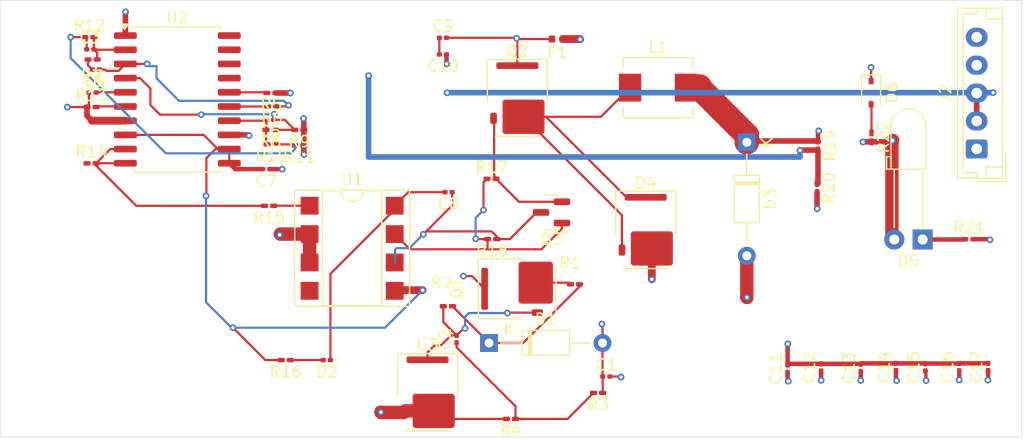
<source format=kicad_pcb>
(kicad_pcb (version 20240108) (generator "pcbnew") (generator_version "8.0")
  (layers (0 "F.Cu" signal) (1 "In1.Cu" signal) (2 "In2.Cu" signal) (31 "B.Cu" signal) (34 "B.Paste" user) (35 "F.Paste" user) (36 "B.SilkS" user "B.Silkscreen") (37 "F.SilkS" user "F.Silkscreen") (38 "B.Mask" user) (39 "F.Mask" user) (44 "Edge.Cuts" user))
  (net 0 "")
  (net 1 "STARTUP")
  (net 2 "Net-(Q1-G)")
  (net 3 "Net-(U3-REF)")
  (net 4 "Net-(C3-Pad1)")
  (net 5 "Net-(U2-1IN-)")
  (net 6 "Net-(C4-Pad2)")
  (net 7 "Net-(U2-FB)")
  (net 8 "Net-(U2-DTC)")
  (net 9 "Net-(U2-REF)")
  (net 10 "Net-(U2-CT)")
  (net 11 "-BATT")
  (net 12 "Net-(Q3-C)")
  (net 13 "Net-(D2-K)")
  (net 14 "Net-(C10-Pad2)")
  (net 15 "+VSW")
  (net 16 "+12V")
  (net 17 "Net-(D1-K)")
  (net 18 "Net-(D2-A)")
  (net 19 "Net-(Q2-S)")
  (net 20 "Net-(D5-K)")
  (net 21 "Net-(D6-A)")
  (net 22 "+BATT")
  (net 23 "IN_V")
  (net 24 "Net-(Q1-S)")
  (net 25 "Net-(Q2-G)")
  (net 26 "Net-(Q3-B)")
  (net 27 "Net-(U2-2IN+)")
  (net 28 "Net-(U2-2IN-)")
  (net 29 "Net-(U2-RT)")
  (net 30 "Net-(U2-E1)")
  (net 31 "Net-(U1-HIN)")
  (net 32 "VFB")
  (footprint "Capacitor_SMD:C_0201_0603Metric" (layer "F.Cu") (at 99.85 86.125 90)
    (property "Reference" "C2")
    (property "Value" "1n")
  )
  (footprint "Diode_SMD:D_SOD-323" (layer "F.Cu") (at 136.96 64.07 -90)
    (property "Reference" "D6")
    (property "Value" "1N5819WS")
  )
  (footprint "Capacitor_SMD:C_0201_0603Metric" (layer "F.Cu") (at 139.18 88.625 90)
    (property "Reference" "C14")
    (property "Value" "22u")
  )
  (footprint "LED_THT:LED_D3.0mm_Horizontal_O6.35mm_Z10.0mm" (layer "F.Cu") (at 141.57 77.215 180)
    (property "Reference" "D5")
    (property "Value" "LED")
  )
  (footprint "Resistor_SMD:R_0201_0603Metric_Pad0.64x0.40mm_HandSolder" (layer "F.Cu") (at 136.99 68.0625 -90)
    (property "Reference" "R22")
    (property "Value" "22")
  )
  (footprint "Resistor_SMD:R_0201_0603Metric_Pad0.64x0.40mm_HandSolder" (layer "F.Cu") (at 66.9675 59.1)
    (property "Reference" "R12")
    (property "Value" "200k")
  )
  (footprint "Package_SO:SOIC-20W_7.5x12.8mm_P1.27mm" (layer "F.Cu") (at 74.85 64.675)
    (property "Reference" "U2")
    (property "Value" "TL494")
  )
  (footprint "Resistor_SMD:R_0201_0603Metric_Pad0.64x0.40mm_HandSolder" (layer "F.Cu") (at 67.2675 61.1 180)
    (property "Reference" "R7")
    (property "Value" "2k")
  )
  (footprint "Capacitor_SMD:C_0201_0603Metric" (layer "F.Cu") (at 129.48 88.775 90)
    (property "Reference" "C11")
    (property "Value" "47u 16V")
  )
  (footprint "Fuse:Fuse_0402_1005Metric" (layer "F.Cu") (at 108.875 59.27 180)
    (property "Reference" "F1")
    (property "Value" "RLVR240-100")
  )
  (footprint "Diode_SMD:D_0201_0603Metric" (layer "F.Cu") (at 88.235 88.01 180)
    (property "Reference" "D2")
    (property "Value" "SS520F")
  )
  (footprint "Capacitor_SMD:C_0201_0603Metric" (layer "F.Cu") (at 132.48 88.665 90)
    (property "Reference" "C12")
    (property "Value" "22u")
  )
  (footprint "Diode_THT:D_DO-35_SOD27_P10.16mm_Horizontal" (layer "F.Cu") (at 125.83 68.51 -90)
    (property "Reference" "D3")
    (property "Value" "BZGO3C16-M3-D8")
  )
  (footprint "Resistor_SMD:R_0201_0603Metric_Pad0.64x0.40mm_HandSolder" (layer "F.Cu") (at 104.7175 93.28 180)
    (property "Reference" "R4")
    (property "Value" "9.1k")
  )
  (footprint "Capacitor_SMD:C_0201_0603Metric" (layer "F.Cu") (at 67.055 60.2)
    (property "Reference" "C3")
    (property "Value" "100n")
  )
  (footprint "Transistor_Power:GaN_Systems_GaNPX-3_5x6.6mm_Drain3.76x0.6mm" (layer "F.Cu") (at 105.2675 81.63 90)
    (property "Reference" "Q1")
    (property "Value" "CPC3980")
  )
  (footprint "Capacitor_SMD:C_0201_0603Metric" (layer "F.Cu") (at 141.81 88.655 90)
    (property "Reference" "C15")
    (property "Value" "22u")
  )
  (footprint "Resistor_SMD:R_0201_0603Metric_Pad0.64x0.40mm_HandSolder" (layer "F.Cu") (at 84.5575 88.01 180)
    (property "Reference" "R16")
    (property "Value" "22")
  )
  (footprint "Diode_THT:D_DO-35_SOD27_P10.16mm_Horizontal" (layer "F.Cu") (at 102.75 86.48)
    (property "Reference" "D1")
    (property "Value" "BZT52C5V1S")
  )
  (footprint "Capacitor_SMD:C_0201_0603Metric" (layer "F.Cu") (at 82.805 70.92 180)
    (property "Reference" "C7")
    (property "Value" "100n")
  )
  (footprint "Capacitor_SMD:C_0201_0603Metric" (layer "F.Cu") (at 98.625 59.16)
    (property "Reference" "C9")
    (property "Value" "2.2u 100v")
  )
  (footprint "Capacitor_SMD:C_0201_0603Metric" (layer "F.Cu") (at 113.25 89.48)
    (property "Reference" "C1")
    (property "Value" "1u")
  )
  (footprint "Resistor_SMD:R_0201_0603Metric_Pad0.64x0.40mm_HandSolder" (layer "F.Cu") (at 85.7675 67.4 180)
    (property "Reference" "R9")
    (property "Value" "4.7k")
  )
  (footprint "Resistor_SMD:R_0201_0603Metric_Pad0.64x0.40mm_HandSolder" (layer "F.Cu") (at 67.1675 65.36)
    (property "Reference" "R13")
    (property "Value" "5.1k")
  )
  (footprint "Connector_JST:JST_EH_B5B-EH-A_1x05_P2.50mm_Vertical" (layer "F.Cu") (at 146.41 69.11 90)
    (property "Reference" "J2")
    (property "Value" "AuxConn")
  )
  (footprint "Transistor_Power:GaN_Systems_GaNPX-3_5x6.6mm_Drain3.76x0.6mm" (layer "F.Cu") (at 97.25 90.89)
    (property "Reference" "U3")
    (property "Value" "TL431D")
  )
  (footprint "Resistor_SMD:R_0201_0603Metric_Pad0.64x0.40mm_HandSolder" (layer "F.Cu") (at 83.0675 74.2 180)
    (property "Reference" "R15")
    (property "Value" "100")
  )
  (footprint "Resistor_SMD:R_0201_0603Metric_Pad0.64x0.40mm_HandSolder" (layer "F.Cu") (at 110.4475 81.23)
    (property "Reference" "R1")
    (property "Value" "47")
  )
  (footprint "Resistor_SMD:R_0201_0603Metric_Pad0.64x0.40mm_HandSolder" (layer "F.Cu") (at 83.2925 68.7 180)
    (property "Reference" "R10")
    (property "Value" "5.1k")
  )
  (footprint "Resistor_SMD:R_0201_0603Metric_Pad0.64x0.40mm_HandSolder" (layer "F.Cu") (at 67.1675 70.4)
    (property "Reference" "R14")
    (property "Value" "10K")
  )
  (footprint "Inductor_SMD:L_Neosid_SM-PIC0512H" (layer "F.Cu") (at 117.88 63.62)
    (property "Reference" "L1")
    (property "Value" "100uH")
  )
  (footprint "Resistor_SMD:R_0201_0603Metric_Pad0.64x0.40mm_HandSolder" (layer "F.Cu") (at 103.0275 77.18 180)
    (property "Reference" "R18")
    (property "Value" "1k")
  )
  (footprint "Resistor_SMD:R_0201_0603Metric_Pad0.64x0.40mm_HandSolder" (layer "F.Cu") (at 99.0675 83.19)
    (property "Reference" "R2")
    (property "Value" "10k")
  )
  (footprint "Transistor_Power:GaN_Systems_GaNPX-3_5x6.6mm_Drain3.76x0.6mm" (layer "F.Cu") (at 105.29 64.56)
    (property "Reference" "Q2")
    (property "Value" "IRFS4227TRLPBF")
  )
  (footprint "Package_TO_SOT_SMD:SOT-23" (layer "F.Cu") (at 108.3425 74.79 180)
    (property "Reference" "Q3")
    (property "Value" "MMBTA92")
  )
  (footprint "Capacitor_SMD:C_0201_0603Metric" (layer "F.Cu") (at 147.435 88.62 90)
    (property "Reference" "C17")
    (property "Value" "22u")
  )
  (footprint "Capacitor_SMD:C_0201_0603Metric" (layer "F.Cu") (at 136.03 88.705 90)
    (property "Reference" "C13")
    (property "Value" "22u")
  )
  (footprint "Package_DIP:DIP-8_W7.62mm_SMDSocket_SmallPads" (layer "F.Cu") (at 90.5 78)
    (property "Reference" "U1")
    (property "Value" "IR2181")
  )
  (footprint "Resistor_SMD:R_0201_0603Metric_Pad0.64x0.40mm_HandSolder" (layer "F.Cu") (at 132.2 68.8025 -90)
    (property "Reference" "R19")
    (property "Value" "100k")
  )
  (footprint "Capacitor_SMD:C_0201_0603Metric" (layer "F.Cu") (at 67.255 64.06)
    (property "Reference" "C6")
    (property "Value" "1n")
  )
  (footprint "Resistor_SMD:R_0201_0603Metric_Pad0.64x0.40mm_HandSolder" (layer "F.Cu") (at 112.5125 90.95 180)
    (property "Reference" "R3")
    (property "Value" "30k")
  )
  (footprint "Resistor_SMD:R_0201_0603Metric_Pad0.64x0.40mm_HandSolder" (layer "F.Cu") (at 102.9775 71.79)
    (property "Reference" "R17")
    (property "Value" "22")
  )
  (footprint "Resistor_SMD:R_0201_0603Metric_Pad0.64x0.40mm_HandSolder" (layer "F.Cu") (at 132.12 72.6025 -90)
    (property "Reference" "R20")
    (property "Value" "27k")
  )
  (footprint "Capacitor_SMD:C_0201_0603Metric" (layer "F.Cu") (at 99.135 72.98 180)
    (property "Reference" "C8")
    (property "Value" "100n 200v")
  )
  (footprint "Resistor_SMD:R_0201_0603Metric_Pad0.64x0.40mm_HandSolder" (layer "F.Cu") (at 83.3325 65.3 180)
    (property "Reference" "R6")
    (property "Value" "10k")
  )
  (footprint "Resistor_SMD:R_0201_0603Metric_Pad0.64x0.40mm_HandSolder" (layer "F.Cu") (at 83.2675 64.1 180)
    (property "Reference" "R5")
    (property "Value" "100")
  )
  (footprint "Capacitor_SMD:C_0201_0603Metric" (layer "F.Cu") (at 98.625 60.65 180)
    (property "Reference" "C10")
    (property "Value" "2.2u 100v")
  )
  (footprint "Transistor_Power:GaN_Systems_GaNPX-3_5x6.6mm_Drain3.76x0.6mm" (layer "F.Cu") (at 116.78 76.35)
    (property "Reference" "D4")
    (property "Value" "CI04565E3")
  )
  (footprint "Resistor_SMD:R_0201_0603Metric_Pad0.64x0.40mm_HandSolder" (layer "F.Cu") (at 85.7675 68.8 180)
    (property "Reference" "R11")
    (property "Value" "5.1k")
  )
  (footprint "Capacitor_SMD:C_0201_0603Metric" (layer "F.Cu") (at 144.85 88.635 90)
    (property "Reference" "C16")
    (property "Value" "22u")
  )
  (footprint "Resistor_SMD:R_0201_0603Metric_Pad0.64x0.40mm_HandSolder" (layer "F.Cu") (at 145.7475 77.19)
    (property "Reference" "R21")
    (property "Value" "82k")
  )
  (footprint "Capacitor_SMD:C_0201_0603Metric" (layer "F.Cu") (at 83.145 66.5 180)
    (property "Reference" "C5")
    (property "Value" "10u")
  )
  (footprint "Capacitor_SMD:C_0201_0603Metric" (layer "F.Cu") (at 67.555 62 180)
    (property "Reference" "C4")
    (property "Value" "100n")
  )
  (footprint "Resistor_SMD:R_0201_0603Metric_Pad0.64x0.40mm_HandSolder" (layer "F.Cu") (at 83.2 67.4 180)
    (property "Reference" "R8")
    (property "Value" "10k")
  )
  (gr_rect (start 59 55.8) (end 150.4 94.9) (stroke (width 0.05)) (fill none) (layer "Edge.Cuts"))
  (segment (start 78.26 69.12) (end 77.45 69.93) (width 0.2) (layer "F.Cu") (net 1))
  (segment (start 82.73 88.01) (end 79.83 85.11) (width 0.2) (layer "F.Cu") (net 1))
  (segment (start 82.485 70.92) (end 80.03 70.92) (width 0.4) (layer "F.Cu") (net 1))
  (segment (start 112.91 89.465) (end 112.925 89.48) (width 0.2) (layer "F.Cu") (net 1))
  (segment (start 79.5 69.12) (end 78.475001 69.12) (width 0.2) (layer "F.Cu") (net 1))
  (segment (start 112.91 84.84) (end 112.85 84.78) (width 0.2) (layer "F.Cu") (net 1))
  (segment (start 94.454852 81.75) (end 96.81 81.75) (width 0.7) (layer "F.Cu") (net 1))
  (segment (start 78.475001 69.12) (end 77.205001 67.85) (width 0.2) (layer "F.Cu") (net 1))
  (segment (start 112.93 89.48) (end 112.93 90.94) (width 0.2) (layer "F.Cu") (net 1))
  (segment (start 79.5 69.12) (end 78.26 69.12) (width 0.2) (layer "F.Cu") (net 1))
  (segment (start 80.03 70.92) (end 79.5 70.39) (width 0.4) (layer "F.Cu") (net 1))
  (segment (start 77.45 73.27) (end 77.42 73.3) (width 0.2) (layer "F.Cu") (net 1))
  (segment (start 77.45 69.93) (end 77.45 73.27) (width 0.2) (layer "F.Cu") (net 1))
  (segment (start 77.205001 67.85) (end 70.2 67.85) (width 0.2) (layer "F.Cu") (net 1))
  (segment (start 112.91 86.48) (end 112.91 89.465) (width 0.2) (layer "F.Cu") (net 1))
  (segment (start 79.5 69.12) (end 79.5 70.39) (width 0.2) (layer "F.Cu") (net 1))
  (segment (start 136.96 63.02) (end 136.96 61.82) (width 0.2) (layer "F.Cu") (net 1))
  (segment (start 84.15 88.01) (end 82.73 88.01) (width 0.2) (layer "F.Cu") (net 1))
  (segment (start 112.93 90.94) (end 112.92 90.95) (width 0.2) (layer "F.Cu") (net 1))
  (segment (start 136.96 61.82) (end 136.95 61.81) (width 0.2) (layer "F.Cu") (net 1))
  (segment (start 112.91 86.48) (end 112.91 84.84) (width 0.2) (layer "F.Cu") (net 1))
  (via (at 77.42 73.3) (size 0.6) (drill 0.3) (layers "F.Cu" "B.Cu") (net 1))
  (via (at 112.85 84.78) (size 0.6) (drill 0.3) (layers "F.Cu" "B.Cu") (net 1))
  (via (at 136.95 61.81) (size 0.6) (drill 0.3) (layers "F.Cu" "B.Cu") (net 1))
  (via (at 96.81 81.75) (size 0.6) (drill 0.3) (layers "F.Cu" "B.Cu") (net 1))
  (via (at 79.83 85.11) (size 0.6) (drill 0.3) (layers "F.Cu" "B.Cu") (net 1))
  (arc (start 94.31 81.81) (mid 94.376458 81.765594) (end 94.454852 81.75) (width 0.7) (layer "F.Cu") (net 1))
  (segment (start 93.45 85.11) (end 96.81 81.75) (width 0.2) (layer "B.Cu") (net 1))
  (segment (start 77.42 73.3) (end 77.42 82.83) (width 0.2) (layer "B.Cu") (net 1))
  (segment (start 77.42 82.83) (end 79.61 85.02) (width 0.2) (layer "B.Cu") (net 1))
  (segment (start 79.61 85.02) (end 79.74 85.02) (width 0.2) (layer "B.Cu") (net 1))
  (segment (start 79.74 85.02) (end 79.83 85.11) (width 0.2) (layer "B.Cu") (net 1))
  (segment (start 79.83 85.11) (end 93.45 85.11) (width 0.2) (layer "B.Cu") (net 1))
  (segment (start 98.66 84.61) (end 99.85 85.8) (width 0.2) (layer "F.Cu") (net 2))
  (segment (start 100.608235 85.171765) (end 100.483235 85.171765) (width 0.2) (layer "F.Cu") (net 2))
  (segment (start 104.4 83.76) (end 104.4 83.8) (width 0.2) (layer "F.Cu") (net 2))
  (segment (start 100.483235 85.171765) (end 99.85 85.805) (width 0.2) (layer "F.Cu") (net 2))
  (segment (start 98.44 86.7) (end 97.87 86.7) (width 0.2) (layer "F.Cu") (net 2))
  (segment (start 97.25 87.32) (end 97.25 87.98) (width 0.2) (layer "F.Cu") (net 2))
  (segment (start 99.85 85.8) (end 99.85 85.805) (width 0.2) (layer "F.Cu") (net 2))
  (segment (start 99.85 85.805) (end 99.335 85.805) (width 0.2) (layer "F.Cu") (net 2))
  (segment (start 107.0775 83.76) (end 104.4 83.76) (width 0.2) (layer "F.Cu") (net 2))
  (segment (start 97.87 86.7) (end 97.25 87.32) (width 0.2) (layer "F.Cu") (net 2))
  (segment (start 98.66 83.19) (end 98.66 84.61) (width 0.2) (layer "F.Cu") (net 2))
  (segment (start 99.335 85.805) (end 98.44 86.7) (width 0.2) (layer "F.Cu") (net 2))
  (via (at 100.608235 85.171765) (size 0.6) (drill 0.3) (layers "F.Cu" "B.Cu") (net 2))
  (via (at 104.4 83.8) (size 0.6) (drill 0.3) (layers "F.Cu" "B.Cu") (net 2))
  (segment (start 100.608235 84.131765) (end 100.94 83.8) (width 0.2) (layer "B.Cu") (net 2))
  (segment (start 100.94 83.8) (end 104.4 83.8) (width 0.2) (layer "B.Cu") (net 2))
  (segment (start 100.608235 85.171765) (end 100.608235 84.131765) (width 0.2) (layer "B.Cu") (net 2))
  (segment (start 109.99 93.07) (end 109.99 93.065) (width 0.2) (layer "F.Cu") (net 3))
  (segment (start 99.85 86.87) (end 105.125 92.145) (width 0.2) (layer "F.Cu") (net 3))
  (segment (start 105.125 93.28) (end 109.78 93.28) (width 0.2) (layer "F.Cu") (net 3))
  (segment (start 109.78 93.28) (end 109.99 93.07) (width 0.2) (layer "F.Cu") (net 3))
  (segment (start 99.85 86.445) (end 99.85 86.87) (width 0.2) (layer "F.Cu") (net 3))
  (segment (start 105.125 92.145) (end 105.125 93.28) (width 0.2) (layer "F.Cu") (net 3))
  (segment (start 109.99 93.065) (end 112.105 90.95) (width 0.2) (layer "F.Cu") (net 3))
  (segment (start 66.735 59.275) (end 66.56 59.1) (width 0.2) (layer "F.Cu") (net 4))
  (segment (start 83.7 68.7) (end 85.36 68.7) (width 0.2) (layer "F.Cu") (net 4))
  (segment (start 66.56 59.1) (end 65.3 59.1) (width 0.2) (layer "F.Cu") (net 4))
  (segment (start 85.36 68.7) (end 85.36 68.8) (width 0.2) (layer "F.Cu") (net 4))
  (segment (start 66.735 60.2) (end 66.735 59.275) (width 0.2) (layer "F.Cu") (net 4))
  (via (at 65.3 59.1) (size 0.6) (drill 0.3) (layers "F.Cu" "B.Cu") (net 4))
  (segment (start 65.3 60.98) (end 73.82 69.5) (width 0.2) (layer "B.Cu") (net 4))
  (segment (start 65.3 59.1) (end 65.3 60.98) (width 0.2) (layer "B.Cu") (net 4))
  (segment (start 85 69.5) (end 85.4 69.1) (width 0.2) (layer "B.Cu") (net 4))
  (segment (start 73.82 69.5) (end 85 69.5) (width 0.2) (layer "B.Cu") (net 4))
  (segment (start 85.4 69.1) (end 85.4 68.8) (width 0.2) (layer "B.Cu") (net 4))
  (segment (start 67.405 60.23) (end 67.375 60.2) (width 0.2) (layer "F.Cu") (net 5))
  (segment (start 67.675 60.5) (end 67.375 60.2) (width 0.2) (layer "F.Cu") (net 5))
  (segment (start 67.375 60.2) (end 67.375 59.1) (width 0.2) (layer "F.Cu") (net 5))
  (segment (start 70.2 60.23) (end 67.405 60.23) (width 0.2) (layer "F.Cu") (net 5))
  (segment (start 67.675 61.1) (end 67.675 60.5) (width 0.2) (layer "F.Cu") (net 5))
  (segment (start 67.235 62) (end 66.86 61.625) (width 0.2) (layer "F.Cu") (net 6))
  (segment (start 66.86 61.625) (end 66.86 61.1) (width 0.2) (layer "F.Cu") (net 6))
  (segment (start 70.2 61.5) (end 69.58 62.12) (width 0.2) (layer "F.Cu") (net 7))
  (segment (start 68.5 62.12) (end 68.38 62) (width 0.2) (layer "F.Cu") (net 7))
  (segment (start 72.13 61.5) (end 70.2 61.5) (width 0.2) (layer "F.Cu") (net 7))
  (segment (start 84.7 65.3) (end 84.8 65.2) (width 0.2) (layer "F.Cu") (net 7))
  (segment (start 72.14 61.49) (end 72.13 61.5) (width 0.2) (layer "F.Cu") (net 7))
  (segment (start 68.38 62) (end 67.875 62) (width 0.2) (layer "F.Cu") (net 7))
  (segment (start 69.58 62.12) (end 68.5 62.12) (width 0.2) (layer "F.Cu") (net 7))
  (segment (start 83.74 65.3) (end 84.7 65.3) (width 0.2) (layer "F.Cu") (net 7))
  (via (at 84.8 65.2) (size 0.6) (drill 0.3) (layers "F.Cu" "B.Cu") (net 7))
  (via (at 72.14 61.49) (size 0.6) (drill 0.3) (layers "F.Cu" "B.Cu") (net 7))
  (segment (start 75 64.8) (end 84.4 64.8) (width 0.2) (layer "B.Cu") (net 7))
  (segment (start 72.14 61.49) (end 72.35 61.7) (width 0.2) (layer "B.Cu") (net 7))
  (segment (start 84.4 64.8) (end 84.8 65.2) (width 0.2) (layer "B.Cu") (net 7))
  (segment (start 72.35 61.7) (end 72.98 61.7) (width 0.2) (layer "B.Cu") (net 7))
  (segment (start 72.98 61.7) (end 72.99 61.71) (width 0.2) (layer "B.Cu") (net 7))
  (segment (start 72.99 62.79) (end 75 64.8) (width 0.2) (layer "B.Cu") (net 7))
  (segment (start 72.99 61.71) (end 72.99 62.79) (width 0.2) (layer "B.Cu") (net 7))
  (segment (start 72.44 63.7) (end 72.44 65.18) (width 0.2) (layer "F.Cu") (net 8))
  (segment (start 83.465 66.057799) (end 83.465 66.5) (width 0.2) (layer "F.Cu") (net 8))
  (segment (start 83.6075 67.4) (end 85.36 67.4) (width 0.2) (layer "F.Cu") (net 8))
  (segment (start 71.51 62.77) (end 72.44 63.7) (width 0.2) (layer "F.Cu") (net 8))
  (segment (start 84.46 66.5) (end 85.36 67.4) (width 0.2) (layer "F.Cu") (net 8))
  (segment (start 70.2 62.77) (end 71.51 62.77) (width 0.2) (layer "F.Cu") (net 8))
  (segment (start 83.465 66.5) (end 84.46 66.5) (width 0.2) (layer "F.Cu") (net 8))
  (segment (start 72.44 65.18) (end 73.3 66.04) (width 0.2) (layer "F.Cu") (net 8))
  (segment (start 83.522799 66) (end 83.465 66.057799) (width 0.2) (layer "F.Cu") (net 8))
  (segment (start 73.3 66.04) (end 76.99 66.04) (width 0.2) (layer "F.Cu") (net 8))
  (via (at 76.99 66.04) (size 0.6) (drill 0.3) (layers "F.Cu" "B.Cu") (net 8))
  (via (at 83.522799 66) (size 0.6) (drill 0.3) (layers "F.Cu" "B.Cu") (net 8))
  (segment (start 76.99 66.04) (end 77.03 66) (width 0.2) (layer "B.Cu") (net 8))
  (segment (start 83.522799 66) (end 83.522799 66.04) (width 0.2) (layer "B.Cu") (net 8))
  (segment (start 77.03 66) (end 83.522799 66) (width 0.2) (layer "B.Cu") (net 8))
  (segment (start 82.745 66.58) (end 82.825 66.5) (width 0.2) (layer "F.Cu") (net 9))
  (segment (start 82.7925 68.7) (end 82.885 68.7) (width 0.2) (layer "F.Cu") (net 9))
  (segment (start 82.825 67.3675) (end 82.7925 67.4) (width 0.2) (layer "F.Cu") (net 9))
  (segment (start 82.825 66.5) (end 82.825 67.3675) (width 0.2) (layer "F.Cu") (net 9))
  (segment (start 79.5 66.58) (end 82.745 66.58) (width 0.2) (layer "F.Cu") (net 9))
  (segment (start 82.7925 67.4) (end 82.7925 68.7) (width 0.2) (layer "F.Cu") (net 9))
  (segment (start 67.595 64.04) (end 67.575 64.06) (width 0.2) (layer "F.Cu") (net 10))
  (segment (start 67.635 64) (end 67.575 64.06) (width 0.2) (layer "F.Cu") (net 10))
  (segment (start 70.2 64.04) (end 67.595 64.04) (width 0.2) (layer "F.Cu") (net 10))
  (segment (start 104.31 93.28) (end 98.52 93.28) (width 0.2) (layer "F.Cu") (net 11))
  (segment (start 146.155 77.19) (end 147.54 77.19) (width 0.4) (layer "F.Cu") (net 11))
  (segment (start 144.85 88.955) (end 144.85 89.77) (width 0.4) (layer "F.Cu") (net 11))
  (segment (start 147.54 77.19) (end 147.59 77.24) (width 0.4) (layer "F.Cu") (net 11))
  (segment (start 95.26 92.56) (end 95.12 92.7) (width 1.2) (layer "F.Cu") (net 11))
  (segment (start 98.945 61.485) (end 98.96 61.5) (width 0.4) (layer "F.Cu") (net 11))
  (segment (start 81.27 67.85) (end 81.27 67.92) (width 0.5) (layer "F.Cu") (net 11))
  (segment (start 83.125 70.92) (end 84.24 70.92) (width 0.4) (layer "F.Cu") (net 11))
  (segment (start 79.5 67.85) (end 81.27 67.85) (width 0.5) (layer "F.Cu") (net 11))
  (segment (start 132.48 89.81) (end 132.49 89.82) (width 0.4) (layer "F.Cu") (net 11))
  (segment (start 86.175 69.595) (end 86.19 69.61) (width 0.5) (layer "F.Cu") (net 11))
  (segment (start 66.935 65.185) (end 66.76 65.36) (width 0.2) (layer "F.Cu") (net 11))
  (segment (start 97.8 92.56) (end 95.26 92.56) (width 1.2) (layer "F.Cu") (net 11))
  (segment (start 67.2 66.58) (end 67.16 66.54) (width 0.7) (layer "F.Cu") (net 11))
  (segment (start 147.435 89.775) (end 147.41 89.8) (width 0.4) (layer "F.Cu") (net 11))
  (segment (start 144.85 89.77) (end 144.84 89.78) (width 0.4) (layer "F.Cu") (net 11))
  (segment (start 86.69 76.73) (end 84.07 76.73) (width 1.2) (layer "F.Cu") (net 11))
  (segment (start 147.435 88.94) (end 147.435 89.775) (width 0.4) (layer "F.Cu") (net 11))
  (segment (start 139.18 89.79) (end 139.24 89.85) (width 0.4) (layer "F.Cu") (net 11))
  (segment (start 117.33 80.78) (end 117.33 78.02) (width 0.7) (layer "F.Cu") (net 11))
  (segment (start 139.18 88.945) (end 139.18 89.79) (width 0.4) (layer "F.Cu") (net 11))
  (segment (start 125.83 82.39) (end 125.84 82.4) (width 1.2) (layer "F.Cu") (net 11))
  (segment (start 132.12 74.45) (end 132.13 74.46) (width 0.5) (layer "F.Cu") (net 11))
  (segment (start 129.48 89.095) (end 129.48 89.84) (width 0.4) (layer "F.Cu") (net 11))
  (segment (start 66.76 65.36) (end 66.76 66.14) (width 0.5) (layer "F.Cu") (net 11))
  (segment (start 141.86 89.025) (end 141.81 88.975) (width 0.4) (layer "F.Cu") (net 11))
  (segment (start 84.97 64.1) (end 83.675 64.1) (width 0.5) (layer "F.Cu") (net 11))
  (segment (start 98.945 60.65) (end 98.945 61.485) (width 0.4) (layer "F.Cu") (net 11))
  (segment (start 86.69 76.73) (end 86.69 79.27) (width 1.2) (layer "F.Cu") (net 11))
  (segment (start 86.175 68.8) (end 86.175 69.595) (width 0.5) (layer "F.Cu") (net 11))
  (segment (start 66.76 65.36) (end 65 65.36) (width 0.2) (layer "F.Cu") (net 11))
  (segment (start 146.41 64.11) (end 146.41 66.61) (width 0.5) (layer "F.Cu") (net 11))
  (segment (start 141.86 89.83) (end 141.86 89.025) (width 0.3) (layer "F.Cu") (net 11))
  (segment (start 136.03 89.025) (end 136.03 89.83) (width 0.4) (layer "F.Cu") (net 11))
  (segment (start 113.57 89.48) (end 114.52 89.48) (width 0.2) (layer "F.Cu") (net 11))
  (segment (start 132.48 88.985) (end 132.48 89.81) (width 0.4) (layer "F.Cu") (net 11))
  (segment (start 86.175 67.4) (end 86.175 68.8) (width 0.5) (layer "F.Cu") (net 11))
  (segment (start 129.48 89.84) (end 129.54 89.9) (width 0.4) (layer "F.Cu") (net 11))
  (segment (start 86.175 67.4) (end 86.175 66.450355) (width 0.5) (layer "F.Cu") (net 11))
  (segment (start 125.83 78.67) (end 125.83 82.39) (width 1.2) (layer "F.Cu") (net 11))
  (segment (start 66.935 64.06) (end 66.935 65.185) (width 0.2) (layer "F.Cu") (net 11))
  (segment (start 132.12 73.01) (end 132.12 74.45) (width 0.5) (layer "F.Cu") (net 11))
  (segment (start 70.2 66.58) (end 67.2 66.58) (width 0.7) (layer "F.Cu") (net 11))
  (segment (start 98.52 93.28) (end 97.8 92.56) (width 0.2) (layer "F.Cu") (net 11))
  (segment (start 93.1 92.7) (end 93.07 92.67) (width 1.2) (layer "F.Cu") (net 11))
  (segment (start 66.76 66.14) (end 67.16 66.54) (width 0.5) (layer "F.Cu") (net 11))
  (segment (start 141.88 89.85) (end 141.86 89.83) (width 0.4) (layer "F.Cu") (net 11))
  (segment (start 114.52 89.48) (end 114.57 89.53) (width 0.2) (layer "F.Cu") (net 11))
  (segment (start 84.07 76.73) (end 84 76.8) (width 0.2) (layer "F.Cu") (net 11))
  (segment (start 95.12 92.7) (end 93.1 92.7) (width 1.2) (layer "F.Cu") (net 11))
  (via (at 139.24 89.85) (size 0.6) (drill 0.3) (layers "F.Cu" "B.Cu") (net 11))
  (via (at 114.57 89.53) (size 0.6) (drill 0.3) (layers "F.Cu" "B.Cu") (net 11))
  (via (at 136.03 89.83) (size 0.6) (drill 0.3) (layers "F.Cu" "B.Cu") (net 11))
  (via (at 147.88 64.07) (size 0.6) (drill 0.3) (layers "F.Cu" "B.Cu") (net 11))
  (via (at 147.41 89.8) (size 0.6) (drill 0.3) (layers "F.Cu" "B.Cu") (net 11))
  (via (at 141.88 89.85) (size 0.6) (drill 0.3) (layers "F.Cu" "B.Cu") (net 11))
  (via (at 84 76.8) (size 0.6) (drill 0.3) (layers "F.Cu" "B.Cu") (net 11))
  (via (at 132.49 89.82) (size 0.6) (drill 0.3) (layers "F.Cu" "B.Cu") (net 11))
  (via (at 125.84 82.4) (size 0.6) (drill 0.3) (layers "F.Cu" "B.Cu") (net 11))
  (via (at 81.27 67.92) (size 0.6) (drill 0.3) (layers "F.Cu" "B.Cu") (net 11))
  (via (at 132.13 74.46) (size 0.6) (drill 0.3) (layers "F.Cu" "B.Cu") (net 11))
  (via (at 129.54 89.9) (size 0.6) (drill 0.3) (layers "F.Cu" "B.Cu") (net 11))
  (via (at 84.24 70.92) (size 0.6) (drill 0.3) (layers "F.Cu" "B.Cu") (net 11))
  (via (at 86.15 66.39) (size 0.6) (drill 0.3) (layers "F.Cu" "B.Cu") (net 11))
  (via (at 99 64.08) (size 0.6) (drill 0.3) (layers "F.Cu" "B.Cu") (net 11))
  (via (at 144.84 89.78) (size 0.6) (drill 0.3) (layers "F.Cu" "B.Cu") (net 11))
  (via (at 98.96 61.5) (size 0.6) (drill 0.3) (layers "F.Cu" "B.Cu") (net 11))
  (via (at 93.07 92.67) (size 0.6) (drill 0.3) (layers "F.Cu" "B.Cu") (net 11))
  (via (at 84.97 64.1) (size 0.6) (drill 0.3) (layers "F.Cu" "B.Cu") (net 11))
  (via (at 147.59 77.24) (size 0.6) (drill 0.3) (layers "F.Cu" "B.Cu") (net 11))
  (via (at 65 65.36) (size 0.6) (drill 0.3) (layers "F.Cu" "B.Cu") (net 11))
  (via (at 86.19 69.61) (size 0.6) (drill 0.3) (layers "F.Cu" "B.Cu") (net 11))
  (via (at 117.33 80.78) (size 0.6) (drill 0.3) (layers "F.Cu" "B.Cu") (net 11))
  (arc (start 86.175 66.450355) (mid 86.168503 66.417691) (end 86.15 66.39) (width 0.5) (layer "F.Cu") (net 11))
  (segment (start 99.01 64.07) (end 99 64.08) (width 0.5) (layer "B.Cu") (net 11))
  (segment (start 139.24 89.85) (end 139.2 89.81) (width 0.4) (layer "B.Cu") (net 11))
  (segment (start 144.84 89.78) (end 144.94 89.88) (width 0.4) (layer "B.Cu") (net 11))
  (segment (start 147.88 64.07) (end 99.01 64.07) (width 0.5) (layer "B.Cu") (net 11))
  (segment (start 103.435 77.18) (end 103.435 76.935) (width 0.2) (layer "F.Cu") (net 12))
  (segment (start 99.455 72.98) (end 99.455 74.165) (width 0.2) (layer "F.Cu") (net 12))
  (segment (start 107.405 74.79) (end 107.01 74.79) (width 0.2) (layer "F.Cu") (net 12))
  (segment (start 97.13 76.49) (end 96.87 76.75) (width 0.2) (layer "F.Cu") (net 12))
  (segment (start 104.62 77.18) (end 103.435 77.18) (width 0.2) (layer "F.Cu") (net 12))
  (segment (start 102.99 76.49) (end 97.13 76.49) (width 0.2) (layer "F.Cu") (net 12))
  (segment (start 99.455 74.165) (end 96.87 76.75) (width 0.2) (layer "F.Cu") (net 12))
  (segment (start 107.01 74.79) (end 104.62 77.18) (width 0.2) (layer "F.Cu") (net 12))
  (segment (start 103.435 76.935) (end 102.99 76.49) (width 0.2) (layer "F.Cu") (net 12))
  (via (at 96.87 76.75) (size 0.6) (drill 0.3) (layers "F.Cu" "B.Cu") (net 12))
  (segment (start 95.63 77.99) (end 94.48 77.99) (width 0.2) (layer "B.Cu") (net 12))
  (segment (start 94.34 78.13) (end 94.34 79.29) (width 0.2) (layer "B.Cu") (net 12))
  (segment (start 94.48 77.99) (end 94.34 78.13) (width 0.2) (layer "B.Cu") (net 12))
  (segment (start 96.87 76.75) (end 95.63 77.99) (width 0.2) (layer "B.Cu") (net 12))
  (segment (start 88.555 88.01) (end 88.555 80.285) (width 0.2) (layer "F.Cu") (net 13))
  (segment (start 94.31 74.19) (end 95.52 72.98) (width 0.2) (layer "F.Cu") (net 13))
  (segment (start 95.52 72.98) (end 98.815 72.98) (width 0.2) (layer "F.Cu") (net 13))
  (segment (start 88.555 80.285) (end 94.31 74.53) (width 0.2) (layer "F.Cu") (net 13))
  (segment (start 94.31 74.53) (end 94.31 74.19) (width 0.2) (layer "F.Cu") (net 13))
  (segment (start 98.305 59.16) (end 98.305 60.65) (width 0.2) (layer "F.Cu") (net 14))
  (segment (start 105.18 59.16) (end 98.945 59.16) (width 0.2) (layer "F.Cu") (net 15))
  (segment (start 105.29 61.65) (end 105.29 59.27) (width 0.2) (layer "F.Cu") (net 15))
  (segment (start 105.29 59.27) (end 105.22 59.2) (width 0.2) (layer "F.Cu") (net 15))
  (segment (start 101.2175 80.49) (end 100.46 80.49) (width 0.2) (layer "F.Cu") (net 15))
  (segment (start 105.22 59.2) (end 105.18 59.16) (width 0.2) (layer "F.Cu") (net 15))
  (segment (start 108.39 59.27) (end 105.29 59.27) (width 0.2) (layer "F.Cu") (net 15))
  (segment (start 102.3575 81.63) (end 101.2175 80.49) (width 0.2) (layer "F.Cu") (net 15))
  (via (at 100.46 80.49) (size 0.6) (drill 0.3) (layers "F.Cu" "B.Cu") (net 15))
  (via (at 105.22 59.2) (size 0.6) (drill 0.3) (layers "F.Cu" "B.Cu") (net 15))
  (segment (start 144.865 88.3) (end 147.435 88.3) (width 0.4) (layer "F.Cu") (net 16))
  (segment (start 141.83 88.315) (end 144.85 88.315) (width 0.4) (layer "F.Cu") (net 16))
  (segment (start 141.78 88.305) (end 139.18 88.305) (width 0.4) (layer "F.Cu") (net 16))
  (segment (start 129.59 88.345) (end 129.48 88.455) (width 0.4) (layer "F.Cu") (net 16))
  (segment (start 138.82 77.005) (end 138.82 68.42) (width 1.2) (layer "F.Cu") (net 16))
  (segment (start 138.77 68.47) (end 136.99 68.47) (width 0.5) (layer "F.Cu") (net 16))
  (segment (start 132.48 88.345) (end 129.59 88.345) (width 0.4) (layer "F.Cu") (net 16))
  (segment (start 141.81 88.335) (end 141.83 88.315) (width 0.4) (layer "F.Cu") (net 16))
  (segment (start 129.48 88.455) (end 129.48 86.57) (width 0.4) (layer "F.Cu") (net 16))
  (segment (start 138.82 68.42) (end 138.89 68.35) (width 1.2) (layer "F.Cu") (net 16))
  (segment (start 141.81 88.335) (end 141.78 88.305) (width 0.4) (layer "F.Cu") (net 16))
  (segment (start 129.48 86.57) (end 129.49 86.56) (width 0.4) (layer "F.Cu") (net 16))
  (segment (start 139.18 88.305) (end 136.11 88.305) (width 0.4) (layer "F.Cu") (net 16))
  (segment (start 125.945 68.395) (end 125.83 68.51) (width 0.5) (layer "F.Cu") (net 16))
  (segment (start 132.2 68.395) (end 125.945 68.395) (width 0.5) (layer "F.Cu") (net 16))
  (segment (start 136.11 88.305) (end 136.03 88.385) (width 0.4) (layer "F.Cu") (net 16))
  (segment (start 132.2 68.395) (end 132.275 68.47) (width 0.4) (layer "F.Cu") (net 16))
  (segment (start 136.03 88.385) (end 135.99 88.345) (width 0.4) (layer "F.Cu") (net 16))
  (segment (start 125.83 67.88) (end 125.83 68.51) (width 2.2) (layer "F.Cu") (net 16))
  (segment (start 144.85 88.315) (end 144.865 88.3) (width 0.4) (layer "F.Cu") (net 16))
  (segment (start 135.99 88.345) (end 132.48 88.345) (width 0.4) (layer "F.Cu") (net 16))
  (segment (start 136.99 68.47) (end 136.23 68.47) (width 0.5) (layer "F.Cu") (net 16))
  (segment (start 132.2 67.49) (end 132.27 67.49) (width 0.4) (layer "F.Cu") (net 16))
  (segment (start 136.23 68.47) (end 136.23 68.48) (width 0.5) (layer "F.Cu") (net 16))
  (segment (start 121.6 63.65) (end 125.83 67.88) (width 2.2) (layer "F.Cu") (net 16))
  (segment (start 132.2 68.395) (end 132.2 67.49) (width 0.4) (layer "F.Cu") (net 16))
  (segment (start 139.03 77.215) (end 138.82 77.005) (width 1.2) (layer "F.Cu") (net 16))
  (segment (start 138.89 68.35) (end 138.77 68.47) (width 0.5) (layer "F.Cu") (net 16))
  (segment (start 121.6 63.52) (end 121.6 63.65) (width 2.2) (layer "F.Cu") (net 16))
  (via (at 132.27 67.49) (size 0.6) (drill 0.3) (layers "F.Cu" "B.Cu") (net 16))
  (via (at 138.89 68.35) (size 0.6) (drill 0.3) (layers "F.Cu" "B.Cu") (net 16))
  (via (at 136.23 68.48) (size 0.6) (drill 0.3) (layers "F.Cu" "B.Cu") (net 16))
  (via (at 129.49 86.56) (size 0.6) (drill 0.3) (layers "F.Cu" "B.Cu") (net 16))
  (segment (start 110.855 81.23) (end 110.855 81.429999) (width 0.2) (layer "F.Cu") (net 17))
  (segment (start 99.475 83.19) (end 102.75 86.465) (width 0.2) (layer "F.Cu") (net 17))
  (segment (start 110.855 81.429999) (end 105.804999 86.48) (width 0.2) (layer "F.Cu") (net 17))
  (segment (start 102.75 86.465) (end 102.75 86.48) (width 0.2) (layer "F.Cu") (net 17))
  (segment (start 105.804999 86.48) (end 102.75 86.48) (width 0.2) (layer "F.Cu") (net 17))
  (segment (start 87.915 88.01) (end 84.965 88.01) (width 0.2) (layer "F.Cu") (net 18))
  (segment (start 115.06 73.44) (end 107.85 66.23) (width 0.2) (layer "F.Cu") (net 19))
  (segment (start 112.77 66.23) (end 115.38 63.62) (width 0.2) (layer "F.Cu") (net 19))
  (segment (start 105.84 66.23) (end 107.77 66.23) (width 0.2) (layer "F.Cu") (net 19))
  (segment (start 107.77 66.23) (end 112.77 66.23) (width 0.2) (layer "F.Cu") (net 19))
  (segment (start 116.78 73.44) (end 115.06 73.44) (width 0.2) (layer "F.Cu") (net 19))
  (segment (start 114.65 78.16) (end 114.65 75.04) (width 0.2) (layer "F.Cu") (net 19))
  (segment (start 107.85 66.23) (end 107.77 66.23) (width 0.2) (layer "F.Cu") (net 19))
  (segment (start 114.65 75.04) (end 105.84 66.23) (width 0.2) (layer "F.Cu") (net 19))
  (segment (start 145.315 77.215) (end 145.34 77.19) (width 0.4) (layer "F.Cu") (net 20))
  (segment (start 141.57 77.215) (end 145.315 77.215) (width 0.4) (layer "F.Cu") (net 20))
  (segment (start 136.99 65.15) (end 136.96 65.12) (width 0.2) (layer "F.Cu") (net 21))
  (segment (start 136.99 67.655) (end 136.99 65.15) (width 0.2) (layer "F.Cu") (net 21))
  (segment (start 110.89 59.27) (end 110.91 59.29) (width 0.7) (layer "F.Cu") (net 22))
  (segment (start 109.36 59.27) (end 110.89 59.27) (width 0.7) (layer "F.Cu") (net 22))
  (via (at 110.91 59.29) (size 0.6) (drill 0.3) (layers "F.Cu" "B.Cu") (net 22))
  (segment (start 106.9375 81.08) (end 109.89 81.08) (width 0.2) (layer "F.Cu") (net 24))
  (segment (start 109.89 81.08) (end 110.04 81.23) (width 0.2) (layer "F.Cu") (net 24))
  (segment (start 105.435 73.84) (end 103.385 71.79) (width 0.2) (layer "F.Cu") (net 25))
  (segment (start 103.21 66.42) (end 103.21 71.515) (width 0.2) (layer "F.Cu") (net 25))
  (segment (start 103.21 71.515) (end 103.34 71.645) (width 0.2) (layer "F.Cu") (net 25))
  (segment (start 103.16 66.37) (end 103.21 66.42) (width 0.2) (layer "F.Cu") (net 25))
  (segment (start 109.28 73.84) (end 105.435 73.84) (width 0.2) (layer "F.Cu") (net 25))
  (segment (start 94.31 76.73) (end 95.67 78.09) (width 0.2) (layer "F.Cu") (net 26))
  (segment (start 109.28 75.74) (end 109.28 76.25) (width 0.2) (layer "F.Cu") (net 26))
  (segment (start 102.62 78.09) (end 102.64 78.09) (width 0.2) (layer "F.Cu") (net 26))
  (segment (start 101.56 77.15) (end 101.59 77.18) (width 0.2) (layer "F.Cu") (net 26))
  (segment (start 107.44 78.09) (end 106.82 78.09) (width 0.2) (layer "F.Cu") (net 26))
  (segment (start 109.28 76.25) (end 107.44 78.09) (width 0.2) (layer "F.Cu") (net 26))
  (segment (start 102.64 78.09) (end 106.86 78.09) (width 0.2) (layer "F.Cu") (net 26))
  (segment (start 102.57 71.79) (end 102.26 72.1) (width 0.2) (layer "F.Cu") (net 26))
  (segment (start 102.62 77.18) (end 102.62 78.09) (width 0.2) (layer "F.Cu") (net 26))
  (segment (start 101.59 77.18) (end 102.62 77.18) (width 0.2) (layer "F.Cu") (net 26))
  (segment (start 102.26 72.1) (end 102.26 74.58) (width 0.2) (layer "F.Cu") (net 26))
  (segment (start 95.67 78.09) (end 102.64 78.09) (width 0.2) (layer "F.Cu") (net 26))
  (via (at 101.56 77.15) (size 0.6) (drill 0.3) (layers "F.Cu" "B.Cu") (net 26))
  (via (at 102.26 74.58) (size 0.6) (drill 0.3) (layers "F.Cu" "B.Cu") (net 26))
  (segment (start 101.56 77.15) (end 101.55 77.14) (width 0.2) (layer "B.Cu") (net 26))
  (segment (start 101.55 75.29) (end 102.26 74.58) (width 0.2) (layer "B.Cu") (net 26))
  (segment (start 101.55 77.14) (end 101.55 75.29) (width 0.2) (layer "B.Cu") (net 26))
  (segment (start 79.5 64.04) (end 82.8 64.04) (width 0.2) (layer "F.Cu") (net 27))
  (segment (start 82.8 64.04) (end 82.86 64.1) (width 0.2) (layer "F.Cu") (net 27))
  (segment (start 79.5 65.31) (end 83.09 65.31) (width 0.2) (layer "F.Cu") (net 28))
  (segment (start 83.09 65.31) (end 83.1 65.3) (width 0.2) (layer "F.Cu") (net 28))
  (segment (start 70.2 65.31) (end 70.19 65.3) (width 0.2) (layer "F.Cu") (net 29))
  (segment (start 67.625 65.31) (end 67.575 65.36) (width 0.2) (layer "F.Cu") (net 29))
  (segment (start 67.665 65.27) (end 67.575 65.36) (width 0.2) (layer "F.Cu") (net 29))
  (segment (start 70.19 65.3) (end 67.4 65.3) (width 0.2) (layer "F.Cu") (net 29))
  (segment (start 67.4 65.3) (end 67.39 65.31) (width 0.2) (layer "F.Cu") (net 29))
  (segment (start 71.175001 74.2) (end 73.2 74.2) (width 0.2) (layer "F.Cu") (net 30))
  (segment (start 68.855 69.12) (end 67.575 70.4) (width 0.2) (layer "F.Cu") (net 30))
  (segment (start 67.685 70.39) (end 67.575 70.5) (width 0.2) (layer "F.Cu") (net 30))
  (segment (start 82.66 74.2) (end 73.2 74.2) (width 0.2) (layer "F.Cu") (net 30))
  (segment (start 70.2 69.12) (end 68.855 69.12) (width 0.2) (layer "F.Cu") (net 30))
  (segment (start 67.575 70.599999) (end 71.175001 74.2) (width 0.2) (layer "F.Cu") (net 30))
  (segment (start 67.575 70.4) (end 67.575 70.599999) (width 0.2) (layer "F.Cu") (net 30))
  (segment (start 70.2 70.39) (end 67.685 70.39) (width 0.2) (layer "F.Cu") (net 30))
  (segment (start 83.585 74.09) (end 83.475 74.2) (width 0.2) (layer "F.Cu") (net 31))
  (segment (start 86.69 74.19) (end 83.585 74.19) (width 0.2) (layer "F.Cu") (net 31))
  (segment (start 132.2 69.21) (end 132.2 72.195) (width 0.5) (layer "F.Cu") (net 32))
  (segment (start 70.2 58.96) (end 70.2 56.83) (width 0.5) (layer "F.Cu") (net 32))
  (segment (start 132.2 72.195) (end 132.12 72.195) (width 0.5) (layer "F.Cu") (net 32))
  (segment (start 130.59 69.21) (end 130.59 69.24) (width 0.5) (layer "F.Cu") (net 32))
  (segment (start 70.2 56.83) (end 70.21 56.83) (width 0.5) (layer "F.Cu") (net 32))
  (segment (start 132.2 69.21) (end 130.59 69.21) (width 0.5) (layer "F.Cu") (net 32))
  (via (at 91.97 62.55) (size 0.6) (drill 0.3) (layers "F.Cu" "B.Cu") (net 32))
  (via (at 130.59 69.24) (size 0.6) (drill 0.3) (layers "F.Cu" "B.Cu") (net 32))
  (via (at 70.21 56.83) (size 0.6) (drill 0.3) (layers "F.Cu" "B.Cu") (net 32))
  (segment (start 130.59 69.83) (end 91.97 69.83) (width 0.5) (layer "B.Cu") (net 32))
  (segment (start 91.97 69.83) (end 91.97 62.55) (width 0.5) (layer "B.Cu") (net 32))
  (segment (start 130.59 69.24) (end 130.59 69.83) (width 0.5) (layer "B.Cu") (net 32))
)
</source>
